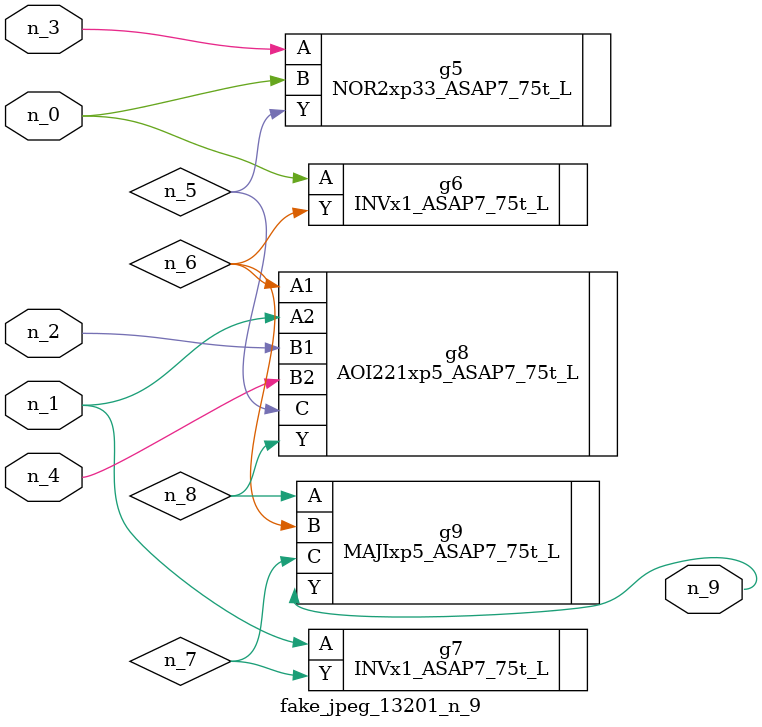
<source format=v>
module fake_jpeg_13201_n_9 (n_3, n_2, n_1, n_0, n_4, n_9);

input n_3;
input n_2;
input n_1;
input n_0;
input n_4;

output n_9;

wire n_8;
wire n_6;
wire n_5;
wire n_7;

NOR2xp33_ASAP7_75t_L g5 ( 
.A(n_3),
.B(n_0),
.Y(n_5)
);

INVx1_ASAP7_75t_L g6 ( 
.A(n_0),
.Y(n_6)
);

INVx1_ASAP7_75t_L g7 ( 
.A(n_1),
.Y(n_7)
);

AOI221xp5_ASAP7_75t_L g8 ( 
.A1(n_6),
.A2(n_1),
.B1(n_2),
.B2(n_4),
.C(n_5),
.Y(n_8)
);

MAJIxp5_ASAP7_75t_L g9 ( 
.A(n_8),
.B(n_6),
.C(n_7),
.Y(n_9)
);


endmodule
</source>
